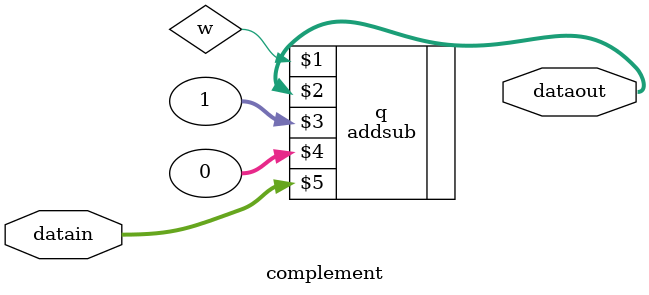
<source format=v>
`timescale 1ns / 1ps


module complement(
    output [7:0]dataout,
    input [7:0]datain
    );
    wire w;
    addsub q(w,dataout,1,0,datain);
endmodule

</source>
